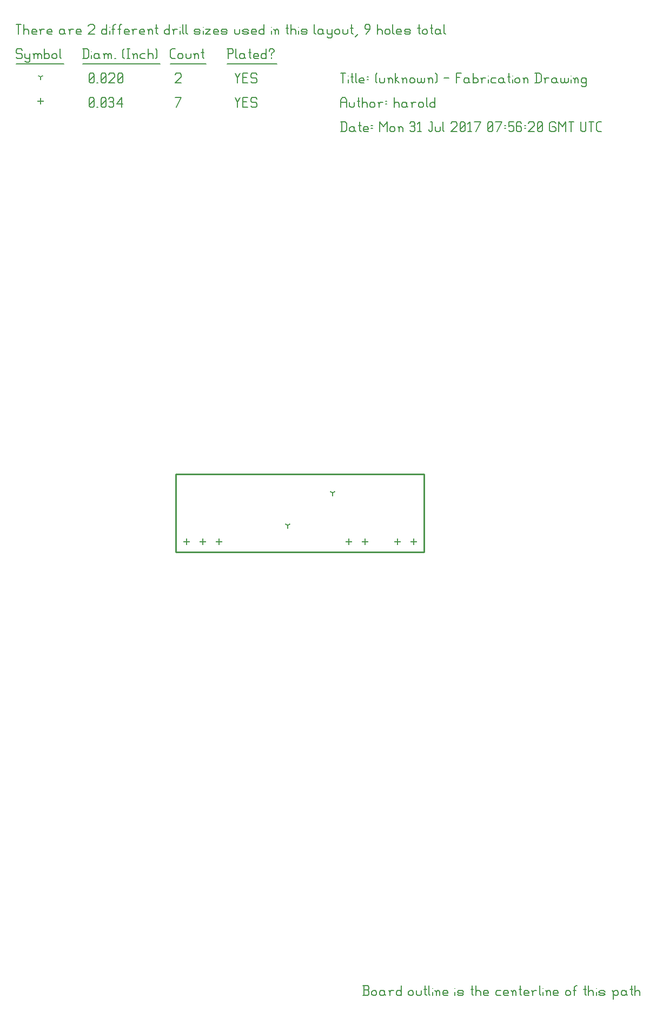
<source format=gbr>
G04 start of page 11 for group -3984 idx -3984 *
G04 Title: (unknown), fab *
G04 Creator: pcb 20140316 *
G04 CreationDate: Mon 31 Jul 2017 07:56:20 GMT UTC *
G04 For: harold *
G04 Format: Gerber/RS-274X *
G04 PCB-Dimensions (mil): 6000.00 5000.00 *
G04 PCB-Coordinate-Origin: lower left *
%MOIN*%
%FSLAX25Y25*%
%LNFAB*%
%ADD42C,0.0100*%
%ADD41C,0.0075*%
%ADD40C,0.0060*%
%ADD39R,0.0080X0.0080*%
G54D39*X125000Y271600D02*Y268400D01*
X123400Y270000D02*X126600D01*
X115000Y271600D02*Y268400D01*
X113400Y270000D02*X116600D01*
X105000Y271600D02*Y268400D01*
X103400Y270000D02*X106600D01*
X245000Y271600D02*Y268400D01*
X243400Y270000D02*X246600D01*
X235000Y271600D02*Y268400D01*
X233400Y270000D02*X236600D01*
X205000Y271600D02*Y268400D01*
X203400Y270000D02*X206600D01*
X215000Y271600D02*Y268400D01*
X213400Y270000D02*X216600D01*
X15000Y542850D02*Y539650D01*
X13400Y541250D02*X16600D01*
G54D40*X135000Y543500D02*X136500Y540500D01*
X138000Y543500D01*
X136500Y540500D02*Y537500D01*
X139800Y540800D02*X142050D01*
X139800Y537500D02*X142800D01*
X139800Y543500D02*Y537500D01*
Y543500D02*X142800D01*
X147600D02*X148350Y542750D01*
X145350Y543500D02*X147600D01*
X144600Y542750D02*X145350Y543500D01*
X144600Y542750D02*Y541250D01*
X145350Y540500D01*
X147600D01*
X148350Y539750D01*
Y538250D01*
X147600Y537500D02*X148350Y538250D01*
X145350Y537500D02*X147600D01*
X144600Y538250D02*X145350Y537500D01*
X98750D02*X101750Y543500D01*
X98000D02*X101750D01*
X45000Y538250D02*X45750Y537500D01*
X45000Y542750D02*Y538250D01*
Y542750D02*X45750Y543500D01*
X47250D01*
X48000Y542750D01*
Y538250D01*
X47250Y537500D02*X48000Y538250D01*
X45750Y537500D02*X47250D01*
X45000Y539000D02*X48000Y542000D01*
X49800Y537500D02*X50550D01*
X52350Y538250D02*X53100Y537500D01*
X52350Y542750D02*Y538250D01*
Y542750D02*X53100Y543500D01*
X54600D01*
X55350Y542750D01*
Y538250D01*
X54600Y537500D02*X55350Y538250D01*
X53100Y537500D02*X54600D01*
X52350Y539000D02*X55350Y542000D01*
X57150Y542750D02*X57900Y543500D01*
X59400D01*
X60150Y542750D01*
X59400Y537500D02*X60150Y538250D01*
X57900Y537500D02*X59400D01*
X57150Y538250D02*X57900Y537500D01*
Y540800D02*X59400D01*
X60150Y542750D02*Y541550D01*
Y540050D02*Y538250D01*
Y540050D02*X59400Y540800D01*
X60150Y541550D02*X59400Y540800D01*
X61950Y539750D02*X64950Y543500D01*
X61950Y539750D02*X65700D01*
X64950Y543500D02*Y537500D01*
X195000Y300000D02*Y298400D01*
Y300000D02*X196387Y300800D01*
X195000Y300000D02*X193613Y300800D01*
X167500Y280000D02*Y278400D01*
Y280000D02*X168887Y280800D01*
X167500Y280000D02*X166113Y280800D01*
X15000Y556250D02*Y554650D01*
Y556250D02*X16387Y557050D01*
X15000Y556250D02*X13613Y557050D01*
X135000Y558500D02*X136500Y555500D01*
X138000Y558500D01*
X136500Y555500D02*Y552500D01*
X139800Y555800D02*X142050D01*
X139800Y552500D02*X142800D01*
X139800Y558500D02*Y552500D01*
Y558500D02*X142800D01*
X147600D02*X148350Y557750D01*
X145350Y558500D02*X147600D01*
X144600Y557750D02*X145350Y558500D01*
X144600Y557750D02*Y556250D01*
X145350Y555500D01*
X147600D01*
X148350Y554750D01*
Y553250D01*
X147600Y552500D02*X148350Y553250D01*
X145350Y552500D02*X147600D01*
X144600Y553250D02*X145350Y552500D01*
X98000Y557750D02*X98750Y558500D01*
X101000D01*
X101750Y557750D01*
Y556250D01*
X98000Y552500D02*X101750Y556250D01*
X98000Y552500D02*X101750D01*
X45000Y553250D02*X45750Y552500D01*
X45000Y557750D02*Y553250D01*
Y557750D02*X45750Y558500D01*
X47250D01*
X48000Y557750D01*
Y553250D01*
X47250Y552500D02*X48000Y553250D01*
X45750Y552500D02*X47250D01*
X45000Y554000D02*X48000Y557000D01*
X49800Y552500D02*X50550D01*
X52350Y553250D02*X53100Y552500D01*
X52350Y557750D02*Y553250D01*
Y557750D02*X53100Y558500D01*
X54600D01*
X55350Y557750D01*
Y553250D01*
X54600Y552500D02*X55350Y553250D01*
X53100Y552500D02*X54600D01*
X52350Y554000D02*X55350Y557000D01*
X57150Y557750D02*X57900Y558500D01*
X60150D01*
X60900Y557750D01*
Y556250D01*
X57150Y552500D02*X60900Y556250D01*
X57150Y552500D02*X60900D01*
X62700Y553250D02*X63450Y552500D01*
X62700Y557750D02*Y553250D01*
Y557750D02*X63450Y558500D01*
X64950D01*
X65700Y557750D01*
Y553250D01*
X64950Y552500D02*X65700Y553250D01*
X63450Y552500D02*X64950D01*
X62700Y554000D02*X65700Y557000D01*
X3000Y573500D02*X3750Y572750D01*
X750Y573500D02*X3000D01*
X0Y572750D02*X750Y573500D01*
X0Y572750D02*Y571250D01*
X750Y570500D01*
X3000D01*
X3750Y569750D01*
Y568250D01*
X3000Y567500D02*X3750Y568250D01*
X750Y567500D02*X3000D01*
X0Y568250D02*X750Y567500D01*
X5550Y570500D02*Y568250D01*
X6300Y567500D01*
X8550Y570500D02*Y566000D01*
X7800Y565250D02*X8550Y566000D01*
X6300Y565250D02*X7800D01*
X5550Y566000D02*X6300Y565250D01*
Y567500D02*X7800D01*
X8550Y568250D01*
X11100Y569750D02*Y567500D01*
Y569750D02*X11850Y570500D01*
X12600D01*
X13350Y569750D01*
Y567500D01*
Y569750D02*X14100Y570500D01*
X14850D01*
X15600Y569750D01*
Y567500D01*
X10350Y570500D02*X11100Y569750D01*
X17400Y573500D02*Y567500D01*
Y568250D02*X18150Y567500D01*
X19650D01*
X20400Y568250D01*
Y569750D02*Y568250D01*
X19650Y570500D02*X20400Y569750D01*
X18150Y570500D02*X19650D01*
X17400Y569750D02*X18150Y570500D01*
X22200Y569750D02*Y568250D01*
Y569750D02*X22950Y570500D01*
X24450D01*
X25200Y569750D01*
Y568250D01*
X24450Y567500D02*X25200Y568250D01*
X22950Y567500D02*X24450D01*
X22200Y568250D02*X22950Y567500D01*
X27000Y573500D02*Y568250D01*
X27750Y567500D01*
X0Y564250D02*X29250D01*
X41750Y573500D02*Y567500D01*
X43700Y573500D02*X44750Y572450D01*
Y568550D01*
X43700Y567500D02*X44750Y568550D01*
X41000Y567500D02*X43700D01*
X41000Y573500D02*X43700D01*
G54D41*X46550Y572000D02*Y571850D01*
G54D40*Y569750D02*Y567500D01*
X50300Y570500D02*X51050Y569750D01*
X48800Y570500D02*X50300D01*
X48050Y569750D02*X48800Y570500D01*
X48050Y569750D02*Y568250D01*
X48800Y567500D01*
X51050Y570500D02*Y568250D01*
X51800Y567500D01*
X48800D02*X50300D01*
X51050Y568250D01*
X54350Y569750D02*Y567500D01*
Y569750D02*X55100Y570500D01*
X55850D01*
X56600Y569750D01*
Y567500D01*
Y569750D02*X57350Y570500D01*
X58100D01*
X58850Y569750D01*
Y567500D01*
X53600Y570500D02*X54350Y569750D01*
X60650Y567500D02*X61400D01*
X65900Y568250D02*X66650Y567500D01*
X65900Y572750D02*X66650Y573500D01*
X65900Y572750D02*Y568250D01*
X68450Y573500D02*X69950D01*
X69200D02*Y567500D01*
X68450D02*X69950D01*
X72500Y569750D02*Y567500D01*
Y569750D02*X73250Y570500D01*
X74000D01*
X74750Y569750D01*
Y567500D01*
X71750Y570500D02*X72500Y569750D01*
X77300Y570500D02*X79550D01*
X76550Y569750D02*X77300Y570500D01*
X76550Y569750D02*Y568250D01*
X77300Y567500D01*
X79550D01*
X81350Y573500D02*Y567500D01*
Y569750D02*X82100Y570500D01*
X83600D01*
X84350Y569750D01*
Y567500D01*
X86150Y573500D02*X86900Y572750D01*
Y568250D01*
X86150Y567500D02*X86900Y568250D01*
X41000Y564250D02*X88700D01*
X96050Y567500D02*X98000D01*
X95000Y568550D02*X96050Y567500D01*
X95000Y572450D02*Y568550D01*
Y572450D02*X96050Y573500D01*
X98000D01*
X99800Y569750D02*Y568250D01*
Y569750D02*X100550Y570500D01*
X102050D01*
X102800Y569750D01*
Y568250D01*
X102050Y567500D02*X102800Y568250D01*
X100550Y567500D02*X102050D01*
X99800Y568250D02*X100550Y567500D01*
X104600Y570500D02*Y568250D01*
X105350Y567500D01*
X106850D01*
X107600Y568250D01*
Y570500D02*Y568250D01*
X110150Y569750D02*Y567500D01*
Y569750D02*X110900Y570500D01*
X111650D01*
X112400Y569750D01*
Y567500D01*
X109400Y570500D02*X110150Y569750D01*
X114950Y573500D02*Y568250D01*
X115700Y567500D01*
X114200Y571250D02*X115700D01*
X95000Y564250D02*X117200D01*
X130750Y573500D02*Y567500D01*
X130000Y573500D02*X133000D01*
X133750Y572750D01*
Y571250D01*
X133000Y570500D02*X133750Y571250D01*
X130750Y570500D02*X133000D01*
X135550Y573500D02*Y568250D01*
X136300Y567500D01*
X140050Y570500D02*X140800Y569750D01*
X138550Y570500D02*X140050D01*
X137800Y569750D02*X138550Y570500D01*
X137800Y569750D02*Y568250D01*
X138550Y567500D01*
X140800Y570500D02*Y568250D01*
X141550Y567500D01*
X138550D02*X140050D01*
X140800Y568250D01*
X144100Y573500D02*Y568250D01*
X144850Y567500D01*
X143350Y571250D02*X144850D01*
X147100Y567500D02*X149350D01*
X146350Y568250D02*X147100Y567500D01*
X146350Y569750D02*Y568250D01*
Y569750D02*X147100Y570500D01*
X148600D01*
X149350Y569750D01*
X146350Y569000D02*X149350D01*
Y569750D02*Y569000D01*
X154150Y573500D02*Y567500D01*
X153400D02*X154150Y568250D01*
X151900Y567500D02*X153400D01*
X151150Y568250D02*X151900Y567500D01*
X151150Y569750D02*Y568250D01*
Y569750D02*X151900Y570500D01*
X153400D01*
X154150Y569750D01*
X157450Y570500D02*Y569750D01*
Y568250D02*Y567500D01*
X155950Y572750D02*Y572000D01*
Y572750D02*X156700Y573500D01*
X158200D01*
X158950Y572750D01*
Y572000D01*
X157450Y570500D02*X158950Y572000D01*
X130000Y564250D02*X160750D01*
X0Y588500D02*X3000D01*
X1500D02*Y582500D01*
X4800Y588500D02*Y582500D01*
Y584750D02*X5550Y585500D01*
X7050D01*
X7800Y584750D01*
Y582500D01*
X10350D02*X12600D01*
X9600Y583250D02*X10350Y582500D01*
X9600Y584750D02*Y583250D01*
Y584750D02*X10350Y585500D01*
X11850D01*
X12600Y584750D01*
X9600Y584000D02*X12600D01*
Y584750D02*Y584000D01*
X15150Y584750D02*Y582500D01*
Y584750D02*X15900Y585500D01*
X17400D01*
X14400D02*X15150Y584750D01*
X19950Y582500D02*X22200D01*
X19200Y583250D02*X19950Y582500D01*
X19200Y584750D02*Y583250D01*
Y584750D02*X19950Y585500D01*
X21450D01*
X22200Y584750D01*
X19200Y584000D02*X22200D01*
Y584750D02*Y584000D01*
X28950Y585500D02*X29700Y584750D01*
X27450Y585500D02*X28950D01*
X26700Y584750D02*X27450Y585500D01*
X26700Y584750D02*Y583250D01*
X27450Y582500D01*
X29700Y585500D02*Y583250D01*
X30450Y582500D01*
X27450D02*X28950D01*
X29700Y583250D01*
X33000Y584750D02*Y582500D01*
Y584750D02*X33750Y585500D01*
X35250D01*
X32250D02*X33000Y584750D01*
X37800Y582500D02*X40050D01*
X37050Y583250D02*X37800Y582500D01*
X37050Y584750D02*Y583250D01*
Y584750D02*X37800Y585500D01*
X39300D01*
X40050Y584750D01*
X37050Y584000D02*X40050D01*
Y584750D02*Y584000D01*
X44550Y587750D02*X45300Y588500D01*
X47550D01*
X48300Y587750D01*
Y586250D01*
X44550Y582500D02*X48300Y586250D01*
X44550Y582500D02*X48300D01*
X55800Y588500D02*Y582500D01*
X55050D02*X55800Y583250D01*
X53550Y582500D02*X55050D01*
X52800Y583250D02*X53550Y582500D01*
X52800Y584750D02*Y583250D01*
Y584750D02*X53550Y585500D01*
X55050D01*
X55800Y584750D01*
G54D41*X57600Y587000D02*Y586850D01*
G54D40*Y584750D02*Y582500D01*
X59850Y587750D02*Y582500D01*
Y587750D02*X60600Y588500D01*
X61350D01*
X59100Y585500D02*X60600D01*
X63600Y587750D02*Y582500D01*
Y587750D02*X64350Y588500D01*
X65100D01*
X62850Y585500D02*X64350D01*
X67350Y582500D02*X69600D01*
X66600Y583250D02*X67350Y582500D01*
X66600Y584750D02*Y583250D01*
Y584750D02*X67350Y585500D01*
X68850D01*
X69600Y584750D01*
X66600Y584000D02*X69600D01*
Y584750D02*Y584000D01*
X72150Y584750D02*Y582500D01*
Y584750D02*X72900Y585500D01*
X74400D01*
X71400D02*X72150Y584750D01*
X76950Y582500D02*X79200D01*
X76200Y583250D02*X76950Y582500D01*
X76200Y584750D02*Y583250D01*
Y584750D02*X76950Y585500D01*
X78450D01*
X79200Y584750D01*
X76200Y584000D02*X79200D01*
Y584750D02*Y584000D01*
X81750Y584750D02*Y582500D01*
Y584750D02*X82500Y585500D01*
X83250D01*
X84000Y584750D01*
Y582500D01*
X81000Y585500D02*X81750Y584750D01*
X86550Y588500D02*Y583250D01*
X87300Y582500D01*
X85800Y586250D02*X87300D01*
X94500Y588500D02*Y582500D01*
X93750D02*X94500Y583250D01*
X92250Y582500D02*X93750D01*
X91500Y583250D02*X92250Y582500D01*
X91500Y584750D02*Y583250D01*
Y584750D02*X92250Y585500D01*
X93750D01*
X94500Y584750D01*
X97050D02*Y582500D01*
Y584750D02*X97800Y585500D01*
X99300D01*
X96300D02*X97050Y584750D01*
G54D41*X101100Y587000D02*Y586850D01*
G54D40*Y584750D02*Y582500D01*
X102600Y588500D02*Y583250D01*
X103350Y582500D01*
X104850Y588500D02*Y583250D01*
X105600Y582500D01*
X110550D02*X112800D01*
X113550Y583250D01*
X112800Y584000D02*X113550Y583250D01*
X110550Y584000D02*X112800D01*
X109800Y584750D02*X110550Y584000D01*
X109800Y584750D02*X110550Y585500D01*
X112800D01*
X113550Y584750D01*
X109800Y583250D02*X110550Y582500D01*
G54D41*X115350Y587000D02*Y586850D01*
G54D40*Y584750D02*Y582500D01*
X116850Y585500D02*X119850D01*
X116850Y582500D02*X119850Y585500D01*
X116850Y582500D02*X119850D01*
X122400D02*X124650D01*
X121650Y583250D02*X122400Y582500D01*
X121650Y584750D02*Y583250D01*
Y584750D02*X122400Y585500D01*
X123900D01*
X124650Y584750D01*
X121650Y584000D02*X124650D01*
Y584750D02*Y584000D01*
X127200Y582500D02*X129450D01*
X130200Y583250D01*
X129450Y584000D02*X130200Y583250D01*
X127200Y584000D02*X129450D01*
X126450Y584750D02*X127200Y584000D01*
X126450Y584750D02*X127200Y585500D01*
X129450D01*
X130200Y584750D01*
X126450Y583250D02*X127200Y582500D01*
X134700Y585500D02*Y583250D01*
X135450Y582500D01*
X136950D01*
X137700Y583250D01*
Y585500D02*Y583250D01*
X140250Y582500D02*X142500D01*
X143250Y583250D01*
X142500Y584000D02*X143250Y583250D01*
X140250Y584000D02*X142500D01*
X139500Y584750D02*X140250Y584000D01*
X139500Y584750D02*X140250Y585500D01*
X142500D01*
X143250Y584750D01*
X139500Y583250D02*X140250Y582500D01*
X145800D02*X148050D01*
X145050Y583250D02*X145800Y582500D01*
X145050Y584750D02*Y583250D01*
Y584750D02*X145800Y585500D01*
X147300D01*
X148050Y584750D01*
X145050Y584000D02*X148050D01*
Y584750D02*Y584000D01*
X152850Y588500D02*Y582500D01*
X152100D02*X152850Y583250D01*
X150600Y582500D02*X152100D01*
X149850Y583250D02*X150600Y582500D01*
X149850Y584750D02*Y583250D01*
Y584750D02*X150600Y585500D01*
X152100D01*
X152850Y584750D01*
G54D41*X157350Y587000D02*Y586850D01*
G54D40*Y584750D02*Y582500D01*
X159600Y584750D02*Y582500D01*
Y584750D02*X160350Y585500D01*
X161100D01*
X161850Y584750D01*
Y582500D01*
X158850Y585500D02*X159600Y584750D01*
X167100Y588500D02*Y583250D01*
X167850Y582500D01*
X166350Y586250D02*X167850D01*
X169350Y588500D02*Y582500D01*
Y584750D02*X170100Y585500D01*
X171600D01*
X172350Y584750D01*
Y582500D01*
G54D41*X174150Y587000D02*Y586850D01*
G54D40*Y584750D02*Y582500D01*
X176400D02*X178650D01*
X179400Y583250D01*
X178650Y584000D02*X179400Y583250D01*
X176400Y584000D02*X178650D01*
X175650Y584750D02*X176400Y584000D01*
X175650Y584750D02*X176400Y585500D01*
X178650D01*
X179400Y584750D01*
X175650Y583250D02*X176400Y582500D01*
X183900Y588500D02*Y583250D01*
X184650Y582500D01*
X188400Y585500D02*X189150Y584750D01*
X186900Y585500D02*X188400D01*
X186150Y584750D02*X186900Y585500D01*
X186150Y584750D02*Y583250D01*
X186900Y582500D01*
X189150Y585500D02*Y583250D01*
X189900Y582500D01*
X186900D02*X188400D01*
X189150Y583250D01*
X191700Y585500D02*Y583250D01*
X192450Y582500D01*
X194700Y585500D02*Y581000D01*
X193950Y580250D02*X194700Y581000D01*
X192450Y580250D02*X193950D01*
X191700Y581000D02*X192450Y580250D01*
Y582500D02*X193950D01*
X194700Y583250D01*
X196500Y584750D02*Y583250D01*
Y584750D02*X197250Y585500D01*
X198750D01*
X199500Y584750D01*
Y583250D01*
X198750Y582500D02*X199500Y583250D01*
X197250Y582500D02*X198750D01*
X196500Y583250D02*X197250Y582500D01*
X201300Y585500D02*Y583250D01*
X202050Y582500D01*
X203550D01*
X204300Y583250D01*
Y585500D02*Y583250D01*
X206850Y588500D02*Y583250D01*
X207600Y582500D01*
X206100Y586250D02*X207600D01*
X209100Y581000D02*X210600Y582500D01*
X215850D02*X218100Y585500D01*
Y587750D02*Y585500D01*
X217350Y588500D02*X218100Y587750D01*
X215850Y588500D02*X217350D01*
X215100Y587750D02*X215850Y588500D01*
X215100Y587750D02*Y586250D01*
X215850Y585500D01*
X218100D01*
X222600Y588500D02*Y582500D01*
Y584750D02*X223350Y585500D01*
X224850D01*
X225600Y584750D01*
Y582500D01*
X227400Y584750D02*Y583250D01*
Y584750D02*X228150Y585500D01*
X229650D01*
X230400Y584750D01*
Y583250D01*
X229650Y582500D02*X230400Y583250D01*
X228150Y582500D02*X229650D01*
X227400Y583250D02*X228150Y582500D01*
X232200Y588500D02*Y583250D01*
X232950Y582500D01*
X235200D02*X237450D01*
X234450Y583250D02*X235200Y582500D01*
X234450Y584750D02*Y583250D01*
Y584750D02*X235200Y585500D01*
X236700D01*
X237450Y584750D01*
X234450Y584000D02*X237450D01*
Y584750D02*Y584000D01*
X240000Y582500D02*X242250D01*
X243000Y583250D01*
X242250Y584000D02*X243000Y583250D01*
X240000Y584000D02*X242250D01*
X239250Y584750D02*X240000Y584000D01*
X239250Y584750D02*X240000Y585500D01*
X242250D01*
X243000Y584750D01*
X239250Y583250D02*X240000Y582500D01*
X248250Y588500D02*Y583250D01*
X249000Y582500D01*
X247500Y586250D02*X249000D01*
X250500Y584750D02*Y583250D01*
Y584750D02*X251250Y585500D01*
X252750D01*
X253500Y584750D01*
Y583250D01*
X252750Y582500D02*X253500Y583250D01*
X251250Y582500D02*X252750D01*
X250500Y583250D02*X251250Y582500D01*
X256050Y588500D02*Y583250D01*
X256800Y582500D01*
X255300Y586250D02*X256800D01*
X260550Y585500D02*X261300Y584750D01*
X259050Y585500D02*X260550D01*
X258300Y584750D02*X259050Y585500D01*
X258300Y584750D02*Y583250D01*
X259050Y582500D01*
X261300Y585500D02*Y583250D01*
X262050Y582500D01*
X259050D02*X260550D01*
X261300Y583250D01*
X263850Y588500D02*Y583250D01*
X264600Y582500D01*
G54D42*X98500Y311500D02*Y263500D01*
X251500D01*
Y311500D01*
X98500D02*X251500D01*
G54D40*X213675Y-9500D02*X216675D01*
X217425Y-8750D01*
Y-6950D02*Y-8750D01*
X216675Y-6200D02*X217425Y-6950D01*
X214425Y-6200D02*X216675D01*
X214425Y-3500D02*Y-9500D01*
X213675Y-3500D02*X216675D01*
X217425Y-4250D01*
Y-5450D01*
X216675Y-6200D02*X217425Y-5450D01*
X219225Y-7250D02*Y-8750D01*
Y-7250D02*X219975Y-6500D01*
X221475D01*
X222225Y-7250D01*
Y-8750D01*
X221475Y-9500D02*X222225Y-8750D01*
X219975Y-9500D02*X221475D01*
X219225Y-8750D02*X219975Y-9500D01*
X226275Y-6500D02*X227025Y-7250D01*
X224775Y-6500D02*X226275D01*
X224025Y-7250D02*X224775Y-6500D01*
X224025Y-7250D02*Y-8750D01*
X224775Y-9500D01*
X227025Y-6500D02*Y-8750D01*
X227775Y-9500D01*
X224775D02*X226275D01*
X227025Y-8750D01*
X230325Y-7250D02*Y-9500D01*
Y-7250D02*X231075Y-6500D01*
X232575D01*
X229575D02*X230325Y-7250D01*
X237375Y-3500D02*Y-9500D01*
X236625D02*X237375Y-8750D01*
X235125Y-9500D02*X236625D01*
X234375Y-8750D02*X235125Y-9500D01*
X234375Y-7250D02*Y-8750D01*
Y-7250D02*X235125Y-6500D01*
X236625D01*
X237375Y-7250D01*
X241875D02*Y-8750D01*
Y-7250D02*X242625Y-6500D01*
X244125D01*
X244875Y-7250D01*
Y-8750D01*
X244125Y-9500D02*X244875Y-8750D01*
X242625Y-9500D02*X244125D01*
X241875Y-8750D02*X242625Y-9500D01*
X246675Y-6500D02*Y-8750D01*
X247425Y-9500D01*
X248925D01*
X249675Y-8750D01*
Y-6500D02*Y-8750D01*
X252225Y-3500D02*Y-8750D01*
X252975Y-9500D01*
X251475Y-5750D02*X252975D01*
X254475Y-3500D02*Y-8750D01*
X255225Y-9500D01*
G54D41*X256725Y-5000D02*Y-5150D01*
G54D40*Y-7250D02*Y-9500D01*
X258975Y-7250D02*Y-9500D01*
Y-7250D02*X259725Y-6500D01*
X260475D01*
X261225Y-7250D01*
Y-9500D01*
X258225Y-6500D02*X258975Y-7250D01*
X263775Y-9500D02*X266025D01*
X263025Y-8750D02*X263775Y-9500D01*
X263025Y-7250D02*Y-8750D01*
Y-7250D02*X263775Y-6500D01*
X265275D01*
X266025Y-7250D01*
X263025Y-8000D02*X266025D01*
Y-7250D02*Y-8000D01*
G54D41*X270525Y-5000D02*Y-5150D01*
G54D40*Y-7250D02*Y-9500D01*
X272775D02*X275025D01*
X275775Y-8750D01*
X275025Y-8000D02*X275775Y-8750D01*
X272775Y-8000D02*X275025D01*
X272025Y-7250D02*X272775Y-8000D01*
X272025Y-7250D02*X272775Y-6500D01*
X275025D01*
X275775Y-7250D01*
X272025Y-8750D02*X272775Y-9500D01*
X281025Y-3500D02*Y-8750D01*
X281775Y-9500D01*
X280275Y-5750D02*X281775D01*
X283275Y-3500D02*Y-9500D01*
Y-7250D02*X284025Y-6500D01*
X285525D01*
X286275Y-7250D01*
Y-9500D01*
X288825D02*X291075D01*
X288075Y-8750D02*X288825Y-9500D01*
X288075Y-7250D02*Y-8750D01*
Y-7250D02*X288825Y-6500D01*
X290325D01*
X291075Y-7250D01*
X288075Y-8000D02*X291075D01*
Y-7250D02*Y-8000D01*
X296325Y-6500D02*X298575D01*
X295575Y-7250D02*X296325Y-6500D01*
X295575Y-7250D02*Y-8750D01*
X296325Y-9500D01*
X298575D01*
X301125D02*X303375D01*
X300375Y-8750D02*X301125Y-9500D01*
X300375Y-7250D02*Y-8750D01*
Y-7250D02*X301125Y-6500D01*
X302625D01*
X303375Y-7250D01*
X300375Y-8000D02*X303375D01*
Y-7250D02*Y-8000D01*
X305925Y-7250D02*Y-9500D01*
Y-7250D02*X306675Y-6500D01*
X307425D01*
X308175Y-7250D01*
Y-9500D01*
X305175Y-6500D02*X305925Y-7250D01*
X310725Y-3500D02*Y-8750D01*
X311475Y-9500D01*
X309975Y-5750D02*X311475D01*
X313725Y-9500D02*X315975D01*
X312975Y-8750D02*X313725Y-9500D01*
X312975Y-7250D02*Y-8750D01*
Y-7250D02*X313725Y-6500D01*
X315225D01*
X315975Y-7250D01*
X312975Y-8000D02*X315975D01*
Y-7250D02*Y-8000D01*
X318525Y-7250D02*Y-9500D01*
Y-7250D02*X319275Y-6500D01*
X320775D01*
X317775D02*X318525Y-7250D01*
X322575Y-3500D02*Y-8750D01*
X323325Y-9500D01*
G54D41*X324825Y-5000D02*Y-5150D01*
G54D40*Y-7250D02*Y-9500D01*
X327075Y-7250D02*Y-9500D01*
Y-7250D02*X327825Y-6500D01*
X328575D01*
X329325Y-7250D01*
Y-9500D01*
X326325Y-6500D02*X327075Y-7250D01*
X331875Y-9500D02*X334125D01*
X331125Y-8750D02*X331875Y-9500D01*
X331125Y-7250D02*Y-8750D01*
Y-7250D02*X331875Y-6500D01*
X333375D01*
X334125Y-7250D01*
X331125Y-8000D02*X334125D01*
Y-7250D02*Y-8000D01*
X338625Y-7250D02*Y-8750D01*
Y-7250D02*X339375Y-6500D01*
X340875D01*
X341625Y-7250D01*
Y-8750D01*
X340875Y-9500D02*X341625Y-8750D01*
X339375Y-9500D02*X340875D01*
X338625Y-8750D02*X339375Y-9500D01*
X344175Y-4250D02*Y-9500D01*
Y-4250D02*X344925Y-3500D01*
X345675D01*
X343425Y-6500D02*X344925D01*
X350625Y-3500D02*Y-8750D01*
X351375Y-9500D01*
X349875Y-5750D02*X351375D01*
X352875Y-3500D02*Y-9500D01*
Y-7250D02*X353625Y-6500D01*
X355125D01*
X355875Y-7250D01*
Y-9500D01*
G54D41*X357675Y-5000D02*Y-5150D01*
G54D40*Y-7250D02*Y-9500D01*
X359925D02*X362175D01*
X362925Y-8750D01*
X362175Y-8000D02*X362925Y-8750D01*
X359925Y-8000D02*X362175D01*
X359175Y-7250D02*X359925Y-8000D01*
X359175Y-7250D02*X359925Y-6500D01*
X362175D01*
X362925Y-7250D01*
X359175Y-8750D02*X359925Y-9500D01*
X368175Y-7250D02*Y-11750D01*
X367425Y-6500D02*X368175Y-7250D01*
X368925Y-6500D01*
X370425D01*
X371175Y-7250D01*
Y-8750D01*
X370425Y-9500D02*X371175Y-8750D01*
X368925Y-9500D02*X370425D01*
X368175Y-8750D02*X368925Y-9500D01*
X375225Y-6500D02*X375975Y-7250D01*
X373725Y-6500D02*X375225D01*
X372975Y-7250D02*X373725Y-6500D01*
X372975Y-7250D02*Y-8750D01*
X373725Y-9500D01*
X375975Y-6500D02*Y-8750D01*
X376725Y-9500D01*
X373725D02*X375225D01*
X375975Y-8750D01*
X379275Y-3500D02*Y-8750D01*
X380025Y-9500D01*
X378525Y-5750D02*X380025D01*
X381525Y-3500D02*Y-9500D01*
Y-7250D02*X382275Y-6500D01*
X383775D01*
X384525Y-7250D01*
Y-9500D01*
X200750Y528500D02*Y522500D01*
X202700Y528500D02*X203750Y527450D01*
Y523550D01*
X202700Y522500D02*X203750Y523550D01*
X200000Y522500D02*X202700D01*
X200000Y528500D02*X202700D01*
X207800Y525500D02*X208550Y524750D01*
X206300Y525500D02*X207800D01*
X205550Y524750D02*X206300Y525500D01*
X205550Y524750D02*Y523250D01*
X206300Y522500D01*
X208550Y525500D02*Y523250D01*
X209300Y522500D01*
X206300D02*X207800D01*
X208550Y523250D01*
X211850Y528500D02*Y523250D01*
X212600Y522500D01*
X211100Y526250D02*X212600D01*
X214850Y522500D02*X217100D01*
X214100Y523250D02*X214850Y522500D01*
X214100Y524750D02*Y523250D01*
Y524750D02*X214850Y525500D01*
X216350D01*
X217100Y524750D01*
X214100Y524000D02*X217100D01*
Y524750D02*Y524000D01*
X218900Y526250D02*X219650D01*
X218900Y524750D02*X219650D01*
X224150Y528500D02*Y522500D01*
Y528500D02*X226400Y525500D01*
X228650Y528500D01*
Y522500D01*
X230450Y524750D02*Y523250D01*
Y524750D02*X231200Y525500D01*
X232700D01*
X233450Y524750D01*
Y523250D01*
X232700Y522500D02*X233450Y523250D01*
X231200Y522500D02*X232700D01*
X230450Y523250D02*X231200Y522500D01*
X236000Y524750D02*Y522500D01*
Y524750D02*X236750Y525500D01*
X237500D01*
X238250Y524750D01*
Y522500D01*
X235250Y525500D02*X236000Y524750D01*
X242750Y527750D02*X243500Y528500D01*
X245000D01*
X245750Y527750D01*
X245000Y522500D02*X245750Y523250D01*
X243500Y522500D02*X245000D01*
X242750Y523250D02*X243500Y522500D01*
Y525800D02*X245000D01*
X245750Y527750D02*Y526550D01*
Y525050D02*Y523250D01*
Y525050D02*X245000Y525800D01*
X245750Y526550D02*X245000Y525800D01*
X247550Y527300D02*X248750Y528500D01*
Y522500D01*
X247550D02*X249800D01*
X255350Y528500D02*X256550D01*
Y523250D01*
X255800Y522500D02*X256550Y523250D01*
X255050Y522500D02*X255800D01*
X254300Y523250D02*X255050Y522500D01*
X254300Y524000D02*Y523250D01*
X258350Y525500D02*Y523250D01*
X259100Y522500D01*
X260600D01*
X261350Y523250D01*
Y525500D02*Y523250D01*
X263150Y528500D02*Y523250D01*
X263900Y522500D01*
X268100Y527750D02*X268850Y528500D01*
X271100D01*
X271850Y527750D01*
Y526250D01*
X268100Y522500D02*X271850Y526250D01*
X268100Y522500D02*X271850D01*
X273650Y523250D02*X274400Y522500D01*
X273650Y527750D02*Y523250D01*
Y527750D02*X274400Y528500D01*
X275900D01*
X276650Y527750D01*
Y523250D01*
X275900Y522500D02*X276650Y523250D01*
X274400Y522500D02*X275900D01*
X273650Y524000D02*X276650Y527000D01*
X278450Y527300D02*X279650Y528500D01*
Y522500D01*
X278450D02*X280700D01*
X283250D02*X286250Y528500D01*
X282500D02*X286250D01*
X290750Y523250D02*X291500Y522500D01*
X290750Y527750D02*Y523250D01*
Y527750D02*X291500Y528500D01*
X293000D01*
X293750Y527750D01*
Y523250D01*
X293000Y522500D02*X293750Y523250D01*
X291500Y522500D02*X293000D01*
X290750Y524000D02*X293750Y527000D01*
X296300Y522500D02*X299300Y528500D01*
X295550D02*X299300D01*
X301100Y526250D02*X301850D01*
X301100Y524750D02*X301850D01*
X303650Y528500D02*X306650D01*
X303650D02*Y525500D01*
X304400Y526250D01*
X305900D01*
X306650Y525500D01*
Y523250D01*
X305900Y522500D02*X306650Y523250D01*
X304400Y522500D02*X305900D01*
X303650Y523250D02*X304400Y522500D01*
X310700Y528500D02*X311450Y527750D01*
X309200Y528500D02*X310700D01*
X308450Y527750D02*X309200Y528500D01*
X308450Y527750D02*Y523250D01*
X309200Y522500D01*
X310700Y525800D02*X311450Y525050D01*
X308450Y525800D02*X310700D01*
X309200Y522500D02*X310700D01*
X311450Y523250D01*
Y525050D02*Y523250D01*
X313250Y526250D02*X314000D01*
X313250Y524750D02*X314000D01*
X315800Y527750D02*X316550Y528500D01*
X318800D01*
X319550Y527750D01*
Y526250D01*
X315800Y522500D02*X319550Y526250D01*
X315800Y522500D02*X319550D01*
X321350Y523250D02*X322100Y522500D01*
X321350Y527750D02*Y523250D01*
Y527750D02*X322100Y528500D01*
X323600D01*
X324350Y527750D01*
Y523250D01*
X323600Y522500D02*X324350Y523250D01*
X322100Y522500D02*X323600D01*
X321350Y524000D02*X324350Y527000D01*
X331850Y528500D02*X332600Y527750D01*
X329600Y528500D02*X331850D01*
X328850Y527750D02*X329600Y528500D01*
X328850Y527750D02*Y523250D01*
X329600Y522500D01*
X331850D01*
X332600Y523250D01*
Y524750D02*Y523250D01*
X331850Y525500D02*X332600Y524750D01*
X330350Y525500D02*X331850D01*
X334400Y528500D02*Y522500D01*
Y528500D02*X336650Y525500D01*
X338900Y528500D01*
Y522500D01*
X340700Y528500D02*X343700D01*
X342200D02*Y522500D01*
X348200Y528500D02*Y523250D01*
X348950Y522500D01*
X350450D01*
X351200Y523250D01*
Y528500D02*Y523250D01*
X353000Y528500D02*X356000D01*
X354500D02*Y522500D01*
X358850D02*X360800D01*
X357800Y523550D02*X358850Y522500D01*
X357800Y527450D02*Y523550D01*
Y527450D02*X358850Y528500D01*
X360800D01*
X200000Y542000D02*Y537500D01*
Y542000D02*X201050Y543500D01*
X202700D01*
X203750Y542000D01*
Y537500D01*
X200000Y540500D02*X203750D01*
X205550D02*Y538250D01*
X206300Y537500D01*
X207800D01*
X208550Y538250D01*
Y540500D02*Y538250D01*
X211100Y543500D02*Y538250D01*
X211850Y537500D01*
X210350Y541250D02*X211850D01*
X213350Y543500D02*Y537500D01*
Y539750D02*X214100Y540500D01*
X215600D01*
X216350Y539750D01*
Y537500D01*
X218150Y539750D02*Y538250D01*
Y539750D02*X218900Y540500D01*
X220400D01*
X221150Y539750D01*
Y538250D01*
X220400Y537500D02*X221150Y538250D01*
X218900Y537500D02*X220400D01*
X218150Y538250D02*X218900Y537500D01*
X223700Y539750D02*Y537500D01*
Y539750D02*X224450Y540500D01*
X225950D01*
X222950D02*X223700Y539750D01*
X227750Y541250D02*X228500D01*
X227750Y539750D02*X228500D01*
X233000Y543500D02*Y537500D01*
Y539750D02*X233750Y540500D01*
X235250D01*
X236000Y539750D01*
Y537500D01*
X240050Y540500D02*X240800Y539750D01*
X238550Y540500D02*X240050D01*
X237800Y539750D02*X238550Y540500D01*
X237800Y539750D02*Y538250D01*
X238550Y537500D01*
X240800Y540500D02*Y538250D01*
X241550Y537500D01*
X238550D02*X240050D01*
X240800Y538250D01*
X244100Y539750D02*Y537500D01*
Y539750D02*X244850Y540500D01*
X246350D01*
X243350D02*X244100Y539750D01*
X248150D02*Y538250D01*
Y539750D02*X248900Y540500D01*
X250400D01*
X251150Y539750D01*
Y538250D01*
X250400Y537500D02*X251150Y538250D01*
X248900Y537500D02*X250400D01*
X248150Y538250D02*X248900Y537500D01*
X252950Y543500D02*Y538250D01*
X253700Y537500D01*
X258200Y543500D02*Y537500D01*
X257450D02*X258200Y538250D01*
X255950Y537500D02*X257450D01*
X255200Y538250D02*X255950Y537500D01*
X255200Y539750D02*Y538250D01*
Y539750D02*X255950Y540500D01*
X257450D01*
X258200Y539750D01*
X200000Y558500D02*X203000D01*
X201500D02*Y552500D01*
G54D41*X204800Y557000D02*Y556850D01*
G54D40*Y554750D02*Y552500D01*
X207050Y558500D02*Y553250D01*
X207800Y552500D01*
X206300Y556250D02*X207800D01*
X209300Y558500D02*Y553250D01*
X210050Y552500D01*
X212300D02*X214550D01*
X211550Y553250D02*X212300Y552500D01*
X211550Y554750D02*Y553250D01*
Y554750D02*X212300Y555500D01*
X213800D01*
X214550Y554750D01*
X211550Y554000D02*X214550D01*
Y554750D02*Y554000D01*
X216350Y556250D02*X217100D01*
X216350Y554750D02*X217100D01*
X221600Y553250D02*X222350Y552500D01*
X221600Y557750D02*X222350Y558500D01*
X221600Y557750D02*Y553250D01*
X224150Y555500D02*Y553250D01*
X224900Y552500D01*
X226400D01*
X227150Y553250D01*
Y555500D02*Y553250D01*
X229700Y554750D02*Y552500D01*
Y554750D02*X230450Y555500D01*
X231200D01*
X231950Y554750D01*
Y552500D01*
X228950Y555500D02*X229700Y554750D01*
X233750Y558500D02*Y552500D01*
Y554750D02*X236000Y552500D01*
X233750Y554750D02*X235250Y556250D01*
X238550Y554750D02*Y552500D01*
Y554750D02*X239300Y555500D01*
X240050D01*
X240800Y554750D01*
Y552500D01*
X237800Y555500D02*X238550Y554750D01*
X242600D02*Y553250D01*
Y554750D02*X243350Y555500D01*
X244850D01*
X245600Y554750D01*
Y553250D01*
X244850Y552500D02*X245600Y553250D01*
X243350Y552500D02*X244850D01*
X242600Y553250D02*X243350Y552500D01*
X247400Y555500D02*Y553250D01*
X248150Y552500D01*
X248900D01*
X249650Y553250D01*
Y555500D02*Y553250D01*
X250400Y552500D01*
X251150D01*
X251900Y553250D01*
Y555500D02*Y553250D01*
X254450Y554750D02*Y552500D01*
Y554750D02*X255200Y555500D01*
X255950D01*
X256700Y554750D01*
Y552500D01*
X253700Y555500D02*X254450Y554750D01*
X258500Y558500D02*X259250Y557750D01*
Y553250D01*
X258500Y552500D02*X259250Y553250D01*
X263750Y555500D02*X266750D01*
X271250Y558500D02*Y552500D01*
Y558500D02*X274250D01*
X271250Y555800D02*X273500D01*
X278300Y555500D02*X279050Y554750D01*
X276800Y555500D02*X278300D01*
X276050Y554750D02*X276800Y555500D01*
X276050Y554750D02*Y553250D01*
X276800Y552500D01*
X279050Y555500D02*Y553250D01*
X279800Y552500D01*
X276800D02*X278300D01*
X279050Y553250D01*
X281600Y558500D02*Y552500D01*
Y553250D02*X282350Y552500D01*
X283850D01*
X284600Y553250D01*
Y554750D02*Y553250D01*
X283850Y555500D02*X284600Y554750D01*
X282350Y555500D02*X283850D01*
X281600Y554750D02*X282350Y555500D01*
X287150Y554750D02*Y552500D01*
Y554750D02*X287900Y555500D01*
X289400D01*
X286400D02*X287150Y554750D01*
G54D41*X291200Y557000D02*Y556850D01*
G54D40*Y554750D02*Y552500D01*
X293450Y555500D02*X295700D01*
X292700Y554750D02*X293450Y555500D01*
X292700Y554750D02*Y553250D01*
X293450Y552500D01*
X295700D01*
X299750Y555500D02*X300500Y554750D01*
X298250Y555500D02*X299750D01*
X297500Y554750D02*X298250Y555500D01*
X297500Y554750D02*Y553250D01*
X298250Y552500D01*
X300500Y555500D02*Y553250D01*
X301250Y552500D01*
X298250D02*X299750D01*
X300500Y553250D01*
X303800Y558500D02*Y553250D01*
X304550Y552500D01*
X303050Y556250D02*X304550D01*
G54D41*X306050Y557000D02*Y556850D01*
G54D40*Y554750D02*Y552500D01*
X307550Y554750D02*Y553250D01*
Y554750D02*X308300Y555500D01*
X309800D01*
X310550Y554750D01*
Y553250D01*
X309800Y552500D02*X310550Y553250D01*
X308300Y552500D02*X309800D01*
X307550Y553250D02*X308300Y552500D01*
X313100Y554750D02*Y552500D01*
Y554750D02*X313850Y555500D01*
X314600D01*
X315350Y554750D01*
Y552500D01*
X312350Y555500D02*X313100Y554750D01*
X320600Y558500D02*Y552500D01*
X322550Y558500D02*X323600Y557450D01*
Y553550D01*
X322550Y552500D02*X323600Y553550D01*
X319850Y552500D02*X322550D01*
X319850Y558500D02*X322550D01*
X326150Y554750D02*Y552500D01*
Y554750D02*X326900Y555500D01*
X328400D01*
X325400D02*X326150Y554750D01*
X332450Y555500D02*X333200Y554750D01*
X330950Y555500D02*X332450D01*
X330200Y554750D02*X330950Y555500D01*
X330200Y554750D02*Y553250D01*
X330950Y552500D01*
X333200Y555500D02*Y553250D01*
X333950Y552500D01*
X330950D02*X332450D01*
X333200Y553250D01*
X335750Y555500D02*Y553250D01*
X336500Y552500D01*
X337250D01*
X338000Y553250D01*
Y555500D02*Y553250D01*
X338750Y552500D01*
X339500D01*
X340250Y553250D01*
Y555500D02*Y553250D01*
G54D41*X342050Y557000D02*Y556850D01*
G54D40*Y554750D02*Y552500D01*
X344300Y554750D02*Y552500D01*
Y554750D02*X345050Y555500D01*
X345800D01*
X346550Y554750D01*
Y552500D01*
X343550Y555500D02*X344300Y554750D01*
X350600Y555500D02*X351350Y554750D01*
X349100Y555500D02*X350600D01*
X348350Y554750D02*X349100Y555500D01*
X348350Y554750D02*Y553250D01*
X349100Y552500D01*
X350600D01*
X351350Y553250D01*
X348350Y551000D02*X349100Y550250D01*
X350600D01*
X351350Y551000D01*
Y555500D02*Y551000D01*
M02*

</source>
